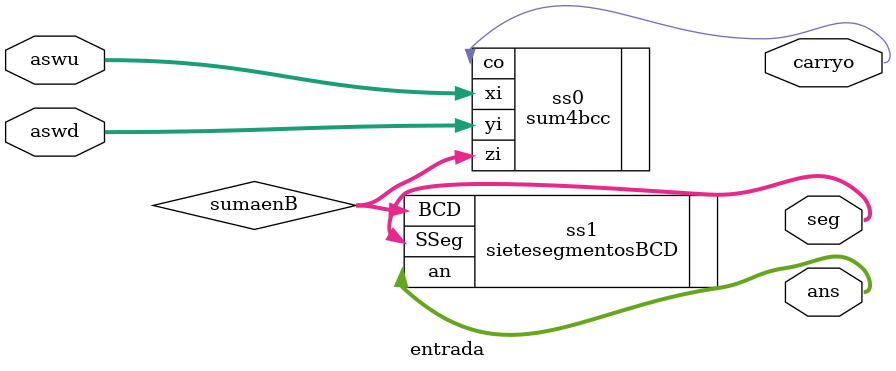
<source format=v>
`timescale 1ns / 1ps
module entrada(aswu,aswd,carryo,seg,ans);

  input [3:0] aswu;
  input [3:0] aswd;
  
  output carryo;
  output [0:6] seg;
  output [3:0] ans;
  wire [3:0] sumaenB;
  
  sum4bcc ss0 (.xi(aswu), .yi(aswd), .co(carryo),  .zi(sumaenB) );
  sietesegmentosBCD ss1 (.BCD(sumaenB),  .SSeg(seg) ,  .an(ans));
  
endmodule

</source>
